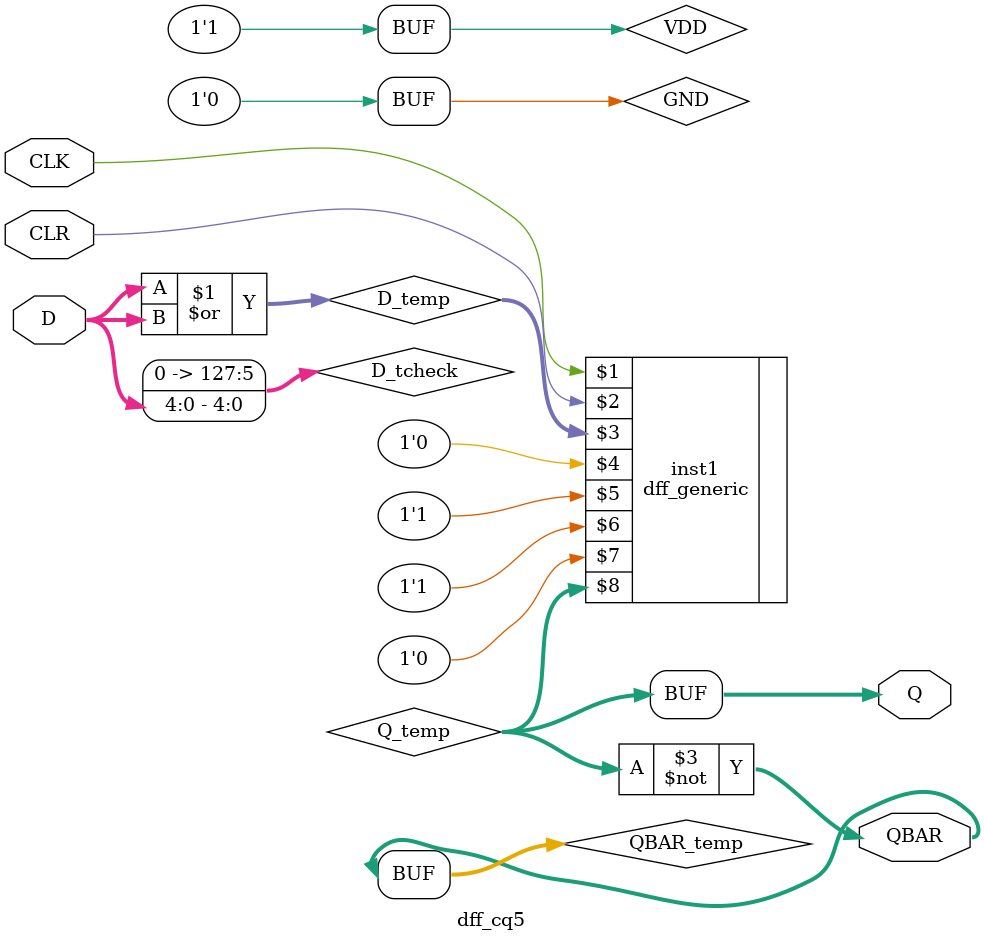
<source format=v>
module dff_cq(CLK,CLR,D,Q,QBAR);
  parameter N = 32;
  parameter DPFLAG = 1;
  parameter GROUP = "dpath1";
  parameter BUFFER_SIZE = "DEFAULT";
  parameter
        d_Q = 1,
        d_QBAR = 1;
  input  CLK;
  input  CLR;
  input [(N - 1):0] D;
  output [(N - 1):0] Q;
  output [(N - 1):0] QBAR;
  wire [(N - 1):0] D_temp;
  wire [(N - 1):0] Q_temp;
  reg [(N - 1):0] QBAR_temp;
  supply0  GND;
  supply1  VDD;
  assign D_temp = D|D;
  assign #(d_Q) Q = Q_temp;
  assign #(d_QBAR) QBAR = QBAR_temp;
  always
    @(Q_temp)
      QBAR_temp = ( ~ Q_temp);
  dff_generic #(N) inst1 (CLK,CLR,D_temp,GND,VDD,VDD,GND,Q_temp);
  wire [127:0] D_tcheck = D;
  specify
    specparam
      t_hold_D = 0,
      t_setup_D = 0,
      t_width_CLK = 0,
      t_width_CLR = 0;
    $hold(posedge CLK , D_tcheck , t_hold_D);
    $setup(D_tcheck , posedge CLK , t_setup_D);
    $width(posedge CLK , t_width_CLK);
    $width(negedge CLR , t_width_CLR);
  endspecify
endmodule


//------------------------------------------------------------
// Copyright 1992, 1993 Cascade Design Automation Corporation.
//------------------------------------------------------------
module dff_cq5(CLK,CLR,D,Q,QBAR);
  parameter N = 5;
  parameter DPFLAG = 1;
  parameter GROUP = "dpath1";
  parameter BUFFER_SIZE = "DEFAULT";
  parameter
        d_Q = 1,
        d_QBAR = 1;
  input  CLK;
  input  CLR;
  input [(N - 1):0] D;
  output [(N - 1):0] Q;
  output [(N - 1):0] QBAR;
  wire [(N - 1):0] D_temp;
  wire [(N - 1):0] Q_temp;
  reg [(N - 1):0] QBAR_temp;
  supply0  GND;
  supply1  VDD;
  assign D_temp = D|D;
  assign #(d_Q) Q = Q_temp;
  assign #(d_QBAR) QBAR = QBAR_temp;
  always
    @(Q_temp)
      QBAR_temp = ( ~ Q_temp);
  dff_generic #(N) inst1 (CLK,CLR,D_temp,GND,VDD,VDD,GND,Q_temp);
  wire [127:0] D_tcheck = D;
  specify
    specparam
      t_hold_D = 0,
      t_setup_D = 0,
      t_width_CLK = 0,
      t_width_CLR = 0;
    $hold(posedge CLK , D_tcheck , t_hold_D);
    $setup(D_tcheck , posedge CLK , t_setup_D);
    $width(posedge CLK , t_width_CLK);
    $width(negedge CLR , t_width_CLR);
  endspecify
endmodule

</source>
